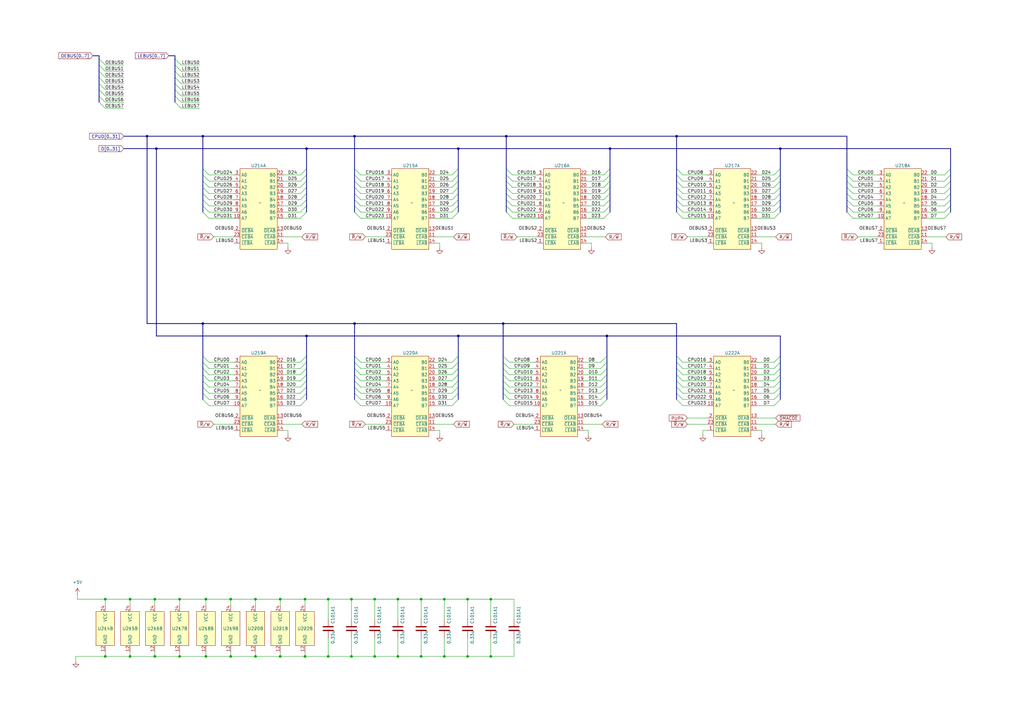
<source format=kicad_sch>
(kicad_sch (version 20230121) (generator eeschema)
  (paper "A3")
  (title_block (title "OpenA3640") (date "2023-09-13") (rev "1") (company "Griffin Retro"))
  (junction (at 94.615 245.745))
  (junction (at 145.415 55.88))
  (junction (at 134.62 269.24))
  (junction (at 320.04 60.96))
  (junction (at 187.96 137.795))
  (junction (at 125.73 60.96))
  (junction (at 172.72 245.745))
  (junction (at 153.67 245.745))
  (junction (at 163.195 269.24))
  (junction (at 191.77 245.745))
  (junction (at 94.615 269.24))
  (junction (at 63.5 269.24))
  (junction (at 250.19 60.96))
  (junction (at 125.095 269.24))
  (junction (at 144.145 245.745))
  (junction (at 201.295 269.24))
  (junction (at 277.495 55.88))
  (junction (at 104.775 269.24))
  (junction (at 248.92 137.795))
  (junction (at 201.295 245.745))
  (junction (at 60.325 55.88))
  (junction (at 182.245 245.745))
  (junction (at 207.645 55.88))
  (junction (at 144.145 269.24))
  (junction (at 84.455 245.745))
  (junction (at 163.195 245.745))
  (junction (at 73.66 245.745))
  (junction (at 153.67 269.24))
  (junction (at 53.34 245.745))
  (junction (at 84.455 269.24))
  (junction (at 191.77 269.24))
  (junction (at 63.5 245.745))
  (junction (at 125.73 137.795))
  (junction (at 187.96 60.96))
  (junction (at 172.72 269.24))
  (junction (at 104.775 245.745))
  (junction (at 125.095 245.745))
  (junction (at 83.185 55.88))
  (junction (at 114.935 245.745))
  (junction (at 206.375 132.715))
  (junction (at 64.135 60.96))
  (junction (at 134.62 245.745))
  (junction (at 73.66 269.24))
  (junction (at 83.185 132.715))
  (junction (at 145.415 132.715))
  (junction (at 114.935 269.24))
  (junction (at 182.245 269.24))
  (junction (at 43.18 245.745))
  (junction (at 43.18 269.24))
  (junction (at 53.34 269.24))
  (bus_entry (at 83.185 151.13) (size 2.54 2.54))
  (bus_entry (at 187.96 81.915) (size -2.54 2.54))
  (bus_entry (at 145.415 81.915) (size 2.54 2.54))
  (bus_entry (at 145.415 148.59) (size 2.54 2.54))
  (bus_entry (at 347.345 76.835) (size 2.54 2.54))
  (bus_entry (at 320.04 84.455) (size -2.54 2.54))
  (bus_entry (at 347.345 74.295) (size 2.54 2.54))
  (bus_entry (at 347.345 69.215) (size 2.54 2.54))
  (bus_entry (at 83.185 146.05) (size 2.54 2.54))
  (bus_entry (at 145.415 76.835) (size 2.54 2.54))
  (bus_entry (at 145.415 79.375) (size 2.54 2.54))
  (bus_entry (at 347.345 84.455) (size 2.54 2.54))
  (bus_entry (at 125.73 76.835) (size -2.54 2.54))
  (bus_entry (at 389.89 86.995) (size -2.54 2.54))
  (bus_entry (at 125.73 161.29) (size -2.54 2.54))
  (bus_entry (at 250.19 74.295) (size -2.54 2.54))
  (bus_entry (at 347.345 81.915) (size 2.54 2.54))
  (bus_entry (at 125.73 156.21) (size -2.54 2.54))
  (bus_entry (at 83.185 84.455) (size 2.54 2.54))
  (bus_entry (at 389.89 71.755) (size -2.54 2.54))
  (bus_entry (at 277.495 84.455) (size 2.54 2.54))
  (bus_entry (at 347.345 79.375) (size 2.54 2.54))
  (bus_entry (at 83.185 86.995) (size 2.54 2.54))
  (bus_entry (at 389.89 74.295) (size -2.54 2.54))
  (bus_entry (at 71.755 29.21) (size 2.54 2.54))
  (bus_entry (at 145.415 151.13) (size 2.54 2.54))
  (bus_entry (at 187.96 158.75) (size -2.54 2.54))
  (bus_entry (at 320.04 79.375) (size -2.54 2.54))
  (bus_entry (at 248.92 153.67) (size -2.54 2.54))
  (bus_entry (at 83.185 71.755) (size 2.54 2.54))
  (bus_entry (at 250.19 71.755) (size -2.54 2.54))
  (bus_entry (at 277.495 146.05) (size 2.54 2.54))
  (bus_entry (at 207.645 76.835) (size 2.54 2.54))
  (bus_entry (at 145.415 156.21) (size 2.54 2.54))
  (bus_entry (at 125.73 81.915) (size -2.54 2.54))
  (bus_entry (at 71.755 36.83) (size 2.54 2.54))
  (bus_entry (at 248.92 146.05) (size -2.54 2.54))
  (bus_entry (at 187.96 79.375) (size -2.54 2.54))
  (bus_entry (at 250.19 79.375) (size -2.54 2.54))
  (bus_entry (at 145.415 69.215) (size 2.54 2.54))
  (bus_entry (at 145.415 153.67) (size 2.54 2.54))
  (bus_entry (at 320.04 153.67) (size -2.54 2.54))
  (bus_entry (at 40.64 39.37) (size 2.54 2.54))
  (bus_entry (at 206.375 146.05) (size 2.54 2.54))
  (bus_entry (at 277.495 76.835) (size 2.54 2.54))
  (bus_entry (at 277.495 71.755) (size 2.54 2.54))
  (bus_entry (at 40.64 29.21) (size 2.54 2.54))
  (bus_entry (at 320.04 71.755) (size -2.54 2.54))
  (bus_entry (at 145.415 86.995) (size 2.54 2.54))
  (bus_entry (at 250.19 81.915) (size -2.54 2.54))
  (bus_entry (at 277.495 81.915) (size 2.54 2.54))
  (bus_entry (at 145.415 161.29) (size 2.54 2.54))
  (bus_entry (at 320.04 69.215) (size -2.54 2.54))
  (bus_entry (at 277.495 158.75) (size 2.54 2.54))
  (bus_entry (at 250.19 86.995) (size -2.54 2.54))
  (bus_entry (at 248.92 161.29) (size -2.54 2.54))
  (bus_entry (at 320.04 148.59) (size -2.54 2.54))
  (bus_entry (at 83.185 153.67) (size 2.54 2.54))
  (bus_entry (at 248.92 156.21) (size -2.54 2.54))
  (bus_entry (at 277.495 74.295) (size 2.54 2.54))
  (bus_entry (at 277.495 163.83) (size 2.54 2.54))
  (bus_entry (at 347.345 71.755) (size 2.54 2.54))
  (bus_entry (at 187.96 148.59) (size -2.54 2.54))
  (bus_entry (at 125.73 148.59) (size -2.54 2.54))
  (bus_entry (at 187.96 151.13) (size -2.54 2.54))
  (bus_entry (at 206.375 156.21) (size 2.54 2.54))
  (bus_entry (at 248.92 158.75) (size -2.54 2.54))
  (bus_entry (at 145.415 74.295) (size 2.54 2.54))
  (bus_entry (at 145.415 84.455) (size 2.54 2.54))
  (bus_entry (at 145.415 163.83) (size 2.54 2.54))
  (bus_entry (at 40.64 34.29) (size 2.54 2.54))
  (bus_entry (at 277.495 156.21) (size 2.54 2.54))
  (bus_entry (at 250.19 69.215) (size -2.54 2.54))
  (bus_entry (at 125.73 84.455) (size -2.54 2.54))
  (bus_entry (at 71.755 41.91) (size 2.54 2.54))
  (bus_entry (at 187.96 156.21) (size -2.54 2.54))
  (bus_entry (at 277.495 151.13) (size 2.54 2.54))
  (bus_entry (at 187.96 74.295) (size -2.54 2.54))
  (bus_entry (at 320.04 81.915) (size -2.54 2.54))
  (bus_entry (at 206.375 153.67) (size 2.54 2.54))
  (bus_entry (at 207.645 84.455) (size 2.54 2.54))
  (bus_entry (at 83.185 81.915) (size 2.54 2.54))
  (bus_entry (at 125.73 151.13) (size -2.54 2.54))
  (bus_entry (at 187.96 146.05) (size -2.54 2.54))
  (bus_entry (at 125.73 153.67) (size -2.54 2.54))
  (bus_entry (at 83.185 148.59) (size 2.54 2.54))
  (bus_entry (at 83.185 74.295) (size 2.54 2.54))
  (bus_entry (at 145.415 158.75) (size 2.54 2.54))
  (bus_entry (at 71.755 39.37) (size 2.54 2.54))
  (bus_entry (at 320.04 156.21) (size -2.54 2.54))
  (bus_entry (at 187.96 163.83) (size -2.54 2.54))
  (bus_entry (at 207.645 86.995) (size 2.54 2.54))
  (bus_entry (at 389.89 76.835) (size -2.54 2.54))
  (bus_entry (at 320.04 86.995) (size -2.54 2.54))
  (bus_entry (at 40.64 36.83) (size 2.54 2.54))
  (bus_entry (at 83.185 79.375) (size 2.54 2.54))
  (bus_entry (at 207.645 79.375) (size 2.54 2.54))
  (bus_entry (at 125.73 146.05) (size -2.54 2.54))
  (bus_entry (at 40.64 26.67) (size 2.54 2.54))
  (bus_entry (at 71.755 26.67) (size 2.54 2.54))
  (bus_entry (at 187.96 153.67) (size -2.54 2.54))
  (bus_entry (at 277.495 161.29) (size 2.54 2.54))
  (bus_entry (at 83.185 158.75) (size 2.54 2.54))
  (bus_entry (at 125.73 158.75) (size -2.54 2.54))
  (bus_entry (at 71.755 31.75) (size 2.54 2.54))
  (bus_entry (at 206.375 148.59) (size 2.54 2.54))
  (bus_entry (at 389.89 69.215) (size -2.54 2.54))
  (bus_entry (at 207.645 81.915) (size 2.54 2.54))
  (bus_entry (at 277.495 86.995) (size 2.54 2.54))
  (bus_entry (at 207.645 71.755) (size 2.54 2.54))
  (bus_entry (at 125.73 79.375) (size -2.54 2.54))
  (bus_entry (at 71.755 34.29) (size 2.54 2.54))
  (bus_entry (at 40.64 31.75) (size 2.54 2.54))
  (bus_entry (at 125.73 71.755) (size -2.54 2.54))
  (bus_entry (at 320.04 74.295) (size -2.54 2.54))
  (bus_entry (at 145.415 71.755) (size 2.54 2.54))
  (bus_entry (at 40.64 41.91) (size 2.54 2.54))
  (bus_entry (at 125.73 163.83) (size -2.54 2.54))
  (bus_entry (at 250.19 84.455) (size -2.54 2.54))
  (bus_entry (at 277.495 69.215) (size 2.54 2.54))
  (bus_entry (at 320.04 146.05) (size -2.54 2.54))
  (bus_entry (at 83.185 69.215) (size 2.54 2.54))
  (bus_entry (at 206.375 163.83) (size 2.54 2.54))
  (bus_entry (at 389.89 79.375) (size -2.54 2.54))
  (bus_entry (at 320.04 76.835) (size -2.54 2.54))
  (bus_entry (at 187.96 76.835) (size -2.54 2.54))
  (bus_entry (at 248.92 148.59) (size -2.54 2.54))
  (bus_entry (at 187.96 69.215) (size -2.54 2.54))
  (bus_entry (at 83.185 161.29) (size 2.54 2.54))
  (bus_entry (at 145.415 146.05) (size 2.54 2.54))
  (bus_entry (at 347.345 86.995) (size 2.54 2.54))
  (bus_entry (at 83.185 156.21) (size 2.54 2.54))
  (bus_entry (at 83.185 76.835) (size 2.54 2.54))
  (bus_entry (at 187.96 71.755) (size -2.54 2.54))
  (bus_entry (at 187.96 84.455) (size -2.54 2.54))
  (bus_entry (at 250.19 76.835) (size -2.54 2.54))
  (bus_entry (at 187.96 86.995) (size -2.54 2.54))
  (bus_entry (at 125.73 69.215) (size -2.54 2.54))
  (bus_entry (at 277.495 148.59) (size 2.54 2.54))
  (bus_entry (at 320.04 158.75) (size -2.54 2.54))
  (bus_entry (at 71.755 24.13) (size 2.54 2.54))
  (bus_entry (at 40.64 24.13) (size 2.54 2.54))
  (bus_entry (at 389.89 84.455) (size -2.54 2.54))
  (bus_entry (at 83.185 163.83) (size 2.54 2.54))
  (bus_entry (at 206.375 161.29) (size 2.54 2.54))
  (bus_entry (at 277.495 79.375) (size 2.54 2.54))
  (bus_entry (at 320.04 163.83) (size -2.54 2.54))
  (bus_entry (at 389.89 81.915) (size -2.54 2.54))
  (bus_entry (at 248.92 163.83) (size -2.54 2.54))
  (bus_entry (at 187.96 161.29) (size -2.54 2.54))
  (bus_entry (at 206.375 158.75) (size 2.54 2.54))
  (bus_entry (at 248.92 151.13) (size -2.54 2.54))
  (bus_entry (at 206.375 151.13) (size 2.54 2.54))
  (bus_entry (at 320.04 161.29) (size -2.54 2.54))
  (bus_entry (at 125.73 86.995) (size -2.54 2.54))
  (bus_entry (at 277.495 153.67) (size 2.54 2.54))
  (bus_entry (at 207.645 69.215) (size 2.54 2.54))
  (bus_entry (at 125.73 74.295) (size -2.54 2.54))
  (bus_entry (at 320.04 151.13) (size -2.54 2.54))
  (bus_entry (at 207.645 74.295) (size 2.54 2.54))
  (bus (pts (xy 40.64 39.37) (xy 40.64 41.91)))
  (wire (pts (xy 387.35 79.375) (xy 380.365 79.375)))
  (bus (pts (xy 125.73 84.455) (xy 125.73 86.995)))
  (wire (pts (xy 123.19 84.455) (xy 116.205 84.455)))
  (bus (pts (xy 250.19 60.96) (xy 320.04 60.96)))
  (bus (pts (xy 145.415 132.715) (xy 206.375 132.715)))
  (bus (pts (xy 207.645 74.295) (xy 207.645 76.835)))
  (wire (pts (xy 310.515 173.99) (xy 318.135 173.99)))
  (wire (pts (xy 387.35 71.755) (xy 380.365 71.755)))
  (wire (pts (xy 85.725 84.455) (xy 95.885 84.455)))
  (bus (pts (xy 83.185 146.05) (xy 83.185 148.59)))
  (wire (pts (xy 317.5 153.67) (xy 310.515 153.67)))
  (bus (pts (xy 207.645 84.455) (xy 207.645 86.995)))
  (wire (pts (xy 210.82 254) (xy 210.82 245.745)))
  (wire (pts (xy 114.935 245.745) (xy 104.775 245.745)))
  (bus (pts (xy 320.04 153.67) (xy 320.04 156.21)))
  (bus (pts (xy 125.73 151.13) (xy 125.73 153.67)))
  (bus (pts (xy 320.04 137.795) (xy 320.04 146.05)))
  (wire (pts (xy 172.72 261.62) (xy 172.72 269.24)))
  (bus (pts (xy 248.92 158.75) (xy 248.92 161.29)))
  (wire (pts (xy 312.42 178.435) (xy 312.42 176.53)))
  (wire (pts (xy 185.42 71.755) (xy 178.435 71.755)))
  (wire (pts (xy 191.77 254) (xy 191.77 245.745)))
  (bus (pts (xy 64.135 137.795) (xy 125.73 137.795)))
  (wire (pts (xy 104.775 245.745) (xy 104.775 248.285)))
  (wire (pts (xy 280.035 84.455) (xy 290.195 84.455)))
  (bus (pts (xy 347.345 71.755) (xy 347.345 74.295)))
  (wire (pts (xy 242.57 99.695) (xy 240.665 99.695)))
  (bus (pts (xy 207.645 71.755) (xy 207.645 74.295)))
  (wire (pts (xy 74.295 26.67) (xy 81.915 26.67)))
  (wire (pts (xy 147.955 81.915) (xy 158.115 81.915)))
  (wire (pts (xy 246.38 153.67) (xy 239.395 153.67)))
  (wire (pts (xy 210.185 86.995) (xy 220.345 86.995)))
  (wire (pts (xy 73.66 267.335) (xy 73.66 269.24)))
  (bus (pts (xy 83.185 84.455) (xy 83.185 86.995)))
  (bus (pts (xy 83.185 76.835) (xy 83.185 79.375)))
  (wire (pts (xy 85.725 148.59) (xy 95.885 148.59)))
  (bus (pts (xy 248.92 146.05) (xy 248.92 148.59)))
  (wire (pts (xy 349.885 81.915) (xy 360.045 81.915)))
  (wire (pts (xy 144.145 269.24) (xy 134.62 269.24)))
  (wire (pts (xy 317.5 89.535) (xy 310.515 89.535)))
  (bus (pts (xy 347.345 76.835) (xy 347.345 79.375)))
  (wire (pts (xy 185.42 74.295) (xy 178.435 74.295)))
  (bus (pts (xy 250.19 79.375) (xy 250.19 81.915)))
  (wire (pts (xy 182.245 245.745) (xy 172.72 245.745)))
  (wire (pts (xy 312.42 176.53) (xy 310.515 176.53)))
  (bus (pts (xy 71.755 34.29) (xy 71.755 36.83)))
  (wire (pts (xy 118.11 101.6) (xy 118.11 99.695)))
  (bus (pts (xy 145.415 146.05) (xy 145.415 148.59)))
  (wire (pts (xy 246.38 161.29) (xy 239.395 161.29)))
  (bus (pts (xy 40.64 36.83) (xy 40.64 39.37)))
  (bus (pts (xy 187.96 158.75) (xy 187.96 161.29)))
  (bus (pts (xy 320.04 161.29) (xy 320.04 163.83)))
  (wire (pts (xy 104.775 269.24) (xy 94.615 269.24)))
  (wire (pts (xy 85.725 158.75) (xy 95.885 158.75)))
  (wire (pts (xy 317.5 74.295) (xy 310.515 74.295)))
  (wire (pts (xy 208.915 161.29) (xy 219.075 161.29)))
  (bus (pts (xy 145.415 74.295) (xy 145.415 76.835)))
  (bus (pts (xy 71.755 36.83) (xy 71.755 39.37)))
  (wire (pts (xy 280.035 153.67) (xy 290.195 153.67)))
  (bus (pts (xy 40.64 24.13) (xy 40.64 26.67)))
  (wire (pts (xy 84.455 245.745) (xy 84.455 248.285)))
  (wire (pts (xy 280.035 89.535) (xy 290.195 89.535)))
  (wire (pts (xy 178.435 173.99) (xy 186.055 173.99)))
  (wire (pts (xy 114.935 267.335) (xy 114.935 269.24)))
  (wire (pts (xy 246.38 166.37) (xy 239.395 166.37)))
  (wire (pts (xy 147.955 79.375) (xy 158.115 79.375)))
  (wire (pts (xy 185.42 86.995) (xy 178.435 86.995)))
  (bus (pts (xy 277.495 81.915) (xy 277.495 84.455)))
  (bus (pts (xy 187.96 84.455) (xy 187.96 86.995)))
  (wire (pts (xy 201.295 269.24) (xy 191.77 269.24)))
  (bus (pts (xy 145.415 161.29) (xy 145.415 163.83)))
  (wire (pts (xy 317.5 79.375) (xy 310.515 79.375)))
  (bus (pts (xy 207.645 76.835) (xy 207.645 79.375)))
  (wire (pts (xy 43.18 26.67) (xy 50.8 26.67)))
  (bus (pts (xy 389.89 84.455) (xy 389.89 86.995)))
  (wire (pts (xy 43.18 29.21) (xy 50.8 29.21)))
  (wire (pts (xy 280.035 161.29) (xy 290.195 161.29)))
  (wire (pts (xy 247.65 84.455) (xy 240.665 84.455)))
  (bus (pts (xy 187.96 148.59) (xy 187.96 151.13)))
  (wire (pts (xy 317.5 163.83) (xy 310.515 163.83)))
  (bus (pts (xy 145.415 84.455) (xy 145.415 86.995)))
  (wire (pts (xy 147.955 84.455) (xy 158.115 84.455)))
  (wire (pts (xy 85.725 89.535) (xy 95.885 89.535)))
  (wire (pts (xy 349.885 84.455) (xy 360.045 84.455)))
  (bus (pts (xy 187.96 137.795) (xy 248.92 137.795)))
  (wire (pts (xy 147.955 71.755) (xy 158.115 71.755)))
  (bus (pts (xy 347.345 69.215) (xy 347.345 71.755)))
  (wire (pts (xy 247.65 89.535) (xy 240.665 89.535)))
  (wire (pts (xy 208.915 148.59) (xy 219.075 148.59)))
  (wire (pts (xy 153.67 245.745) (xy 144.145 245.745)))
  (wire (pts (xy 191.77 245.745) (xy 182.245 245.745)))
  (bus (pts (xy 320.04 76.835) (xy 320.04 79.375)))
  (wire (pts (xy 172.72 245.745) (xy 163.195 245.745)))
  (bus (pts (xy 145.415 153.67) (xy 145.415 156.21)))
  (wire (pts (xy 74.295 31.75) (xy 81.915 31.75)))
  (wire (pts (xy 123.19 156.21) (xy 116.205 156.21)))
  (bus (pts (xy 71.755 22.86) (xy 71.755 24.13)))
  (wire (pts (xy 74.295 44.45) (xy 81.915 44.45)))
  (wire (pts (xy 317.5 166.37) (xy 310.515 166.37)))
  (wire (pts (xy 118.11 178.435) (xy 118.11 176.53)))
  (wire (pts (xy 182.245 254) (xy 182.245 245.745)))
  (bus (pts (xy 207.645 55.88) (xy 277.495 55.88)))
  (bus (pts (xy 320.04 60.96) (xy 389.89 60.96)))
  (bus (pts (xy 277.495 79.375) (xy 277.495 81.915)))
  (bus (pts (xy 320.04 60.96) (xy 320.04 69.215)))
  (bus (pts (xy 145.415 79.375) (xy 145.415 81.915)))
  (wire (pts (xy 118.11 99.695) (xy 116.205 99.695)))
  (bus (pts (xy 125.73 137.795) (xy 125.73 146.05)))
  (bus (pts (xy 206.375 153.67) (xy 206.375 156.21)))
  (bus (pts (xy 145.415 69.215) (xy 145.415 71.755)))
  (wire (pts (xy 280.035 79.375) (xy 290.195 79.375)))
  (wire (pts (xy 280.035 158.75) (xy 290.195 158.75)))
  (wire (pts (xy 123.19 71.755) (xy 116.205 71.755)))
  (wire (pts (xy 185.42 81.915) (xy 178.435 81.915)))
  (wire (pts (xy 185.42 153.67) (xy 178.435 153.67)))
  (bus (pts (xy 83.185 151.13) (xy 83.185 153.67)))
  (wire (pts (xy 317.5 156.21) (xy 310.515 156.21)))
  (wire (pts (xy 84.455 267.335) (xy 84.455 269.24)))
  (wire (pts (xy 63.5 269.24) (xy 53.34 269.24)))
  (wire (pts (xy 280.035 151.13) (xy 290.195 151.13)))
  (bus (pts (xy 206.375 158.75) (xy 206.375 161.29)))
  (wire (pts (xy 210.82 245.745) (xy 201.295 245.745)))
  (bus (pts (xy 83.185 132.715) (xy 83.185 146.05)))
  (wire (pts (xy 85.725 163.83) (xy 95.885 163.83)))
  (bus (pts (xy 206.375 146.05) (xy 206.375 148.59)))
  (bus (pts (xy 277.495 158.75) (xy 277.495 161.29)))
  (bus (pts (xy 83.185 158.75) (xy 83.185 161.29)))
  (bus (pts (xy 187.96 74.295) (xy 187.96 76.835)))
  (wire (pts (xy 317.5 76.835) (xy 310.515 76.835)))
  (bus (pts (xy 320.04 81.915) (xy 320.04 84.455)))
  (bus (pts (xy 250.19 81.915) (xy 250.19 84.455)))
  (wire (pts (xy 74.295 41.91) (xy 81.915 41.91)))
  (bus (pts (xy 248.92 137.795) (xy 248.92 146.05)))
  (bus (pts (xy 206.375 161.29) (xy 206.375 163.83)))
  (wire (pts (xy 210.185 89.535) (xy 220.345 89.535)))
  (bus (pts (xy 206.375 132.715) (xy 206.375 146.05)))
  (wire (pts (xy 349.885 86.995) (xy 360.045 86.995)))
  (wire (pts (xy 210.185 81.915) (xy 220.345 81.915)))
  (wire (pts (xy 172.72 269.24) (xy 163.195 269.24)))
  (wire (pts (xy 178.435 97.155) (xy 186.055 97.155)))
  (wire (pts (xy 247.65 86.995) (xy 240.665 86.995)))
  (wire (pts (xy 240.665 97.155) (xy 248.285 97.155)))
  (bus (pts (xy 187.96 79.375) (xy 187.96 81.915)))
  (bus (pts (xy 250.19 60.96) (xy 250.19 69.215)))
  (bus (pts (xy 125.73 137.795) (xy 187.96 137.795)))
  (bus (pts (xy 248.92 161.29) (xy 248.92 163.83)))
  (wire (pts (xy 85.725 151.13) (xy 95.885 151.13)))
  (wire (pts (xy 147.955 153.67) (xy 158.115 153.67)))
  (wire (pts (xy 172.72 254) (xy 172.72 245.745)))
  (bus (pts (xy 248.92 156.21) (xy 248.92 158.75)))
  (wire (pts (xy 210.82 269.24) (xy 201.295 269.24)))
  (bus (pts (xy 125.73 71.755) (xy 125.73 74.295)))
  (bus (pts (xy 389.89 60.96) (xy 389.89 69.215)))
  (bus (pts (xy 320.04 146.05) (xy 320.04 148.59)))
  (bus (pts (xy 125.73 74.295) (xy 125.73 76.835)))
  (wire (pts (xy 280.035 156.21) (xy 290.195 156.21)))
  (bus (pts (xy 83.185 69.215) (xy 83.185 71.755)))
  (wire (pts (xy 85.725 71.755) (xy 95.885 71.755)))
  (wire (pts (xy 185.42 158.75) (xy 178.435 158.75)))
  (bus (pts (xy 250.19 84.455) (xy 250.19 86.995)))
  (wire (pts (xy 73.66 245.745) (xy 73.66 248.285)))
  (wire (pts (xy 185.42 89.535) (xy 178.435 89.535)))
  (bus (pts (xy 206.375 156.21) (xy 206.375 158.75)))
  (bus (pts (xy 389.89 79.375) (xy 389.89 81.915)))
  (bus (pts (xy 125.73 156.21) (xy 125.73 158.75)))
  (wire (pts (xy 387.35 84.455) (xy 380.365 84.455)))
  (wire (pts (xy 208.915 166.37) (xy 219.075 166.37)))
  (wire (pts (xy 85.725 79.375) (xy 95.885 79.375)))
  (wire (pts (xy 125.095 245.745) (xy 114.935 245.745)))
  (bus (pts (xy 40.64 26.67) (xy 40.64 29.21)))
  (bus (pts (xy 389.89 81.915) (xy 389.89 84.455)))
  (bus (pts (xy 320.04 156.21) (xy 320.04 158.75)))
  (wire (pts (xy 123.19 79.375) (xy 116.205 79.375)))
  (bus (pts (xy 207.645 81.915) (xy 207.645 84.455)))
  (bus (pts (xy 125.73 60.96) (xy 125.73 69.215)))
  (bus (pts (xy 83.185 74.295) (xy 83.185 76.835)))
  (wire (pts (xy 147.955 86.995) (xy 158.115 86.995)))
  (wire (pts (xy 123.19 81.915) (xy 116.205 81.915)))
  (wire (pts (xy 185.42 156.21) (xy 178.435 156.21)))
  (wire (pts (xy 281.94 97.155) (xy 290.195 97.155)))
  (wire (pts (xy 185.42 79.375) (xy 178.435 79.375)))
  (wire (pts (xy 85.725 86.995) (xy 95.885 86.995)))
  (bus (pts (xy 83.185 153.67) (xy 83.185 156.21)))
  (wire (pts (xy 125.095 269.24) (xy 114.935 269.24)))
  (wire (pts (xy 73.66 245.745) (xy 63.5 245.745)))
  (wire (pts (xy 280.035 76.835) (xy 290.195 76.835)))
  (wire (pts (xy 280.035 71.755) (xy 290.195 71.755)))
  (wire (pts (xy 43.18 267.335) (xy 43.18 269.24)))
  (wire (pts (xy 84.455 245.745) (xy 73.66 245.745)))
  (wire (pts (xy 87.63 173.99) (xy 95.885 173.99)))
  (wire (pts (xy 382.27 99.695) (xy 380.365 99.695)))
  (bus (pts (xy 83.185 132.715) (xy 145.415 132.715)))
  (wire (pts (xy 280.035 81.915) (xy 290.195 81.915)))
  (wire (pts (xy 246.38 151.13) (xy 239.395 151.13)))
  (bus (pts (xy 277.495 55.88) (xy 277.495 69.215)))
  (wire (pts (xy 317.5 161.29) (xy 310.515 161.29)))
  (bus (pts (xy 277.495 153.67) (xy 277.495 156.21)))
  (wire (pts (xy 114.935 245.745) (xy 114.935 248.285)))
  (wire (pts (xy 210.185 79.375) (xy 220.345 79.375)))
  (wire (pts (xy 163.195 269.24) (xy 153.67 269.24)))
  (wire (pts (xy 147.955 89.535) (xy 158.115 89.535)))
  (bus (pts (xy 389.89 74.295) (xy 389.89 76.835)))
  (bus (pts (xy 277.495 71.755) (xy 277.495 74.295)))
  (wire (pts (xy 163.195 261.62) (xy 163.195 269.24)))
  (bus (pts (xy 250.19 71.755) (xy 250.19 74.295)))
  (bus (pts (xy 277.495 55.88) (xy 347.345 55.88)))
  (bus (pts (xy 83.185 71.755) (xy 83.185 74.295)))
  (bus (pts (xy 347.345 84.455) (xy 347.345 86.995)))
  (wire (pts (xy 317.5 158.75) (xy 310.515 158.75)))
  (bus (pts (xy 187.96 76.835) (xy 187.96 79.375)))
  (wire (pts (xy 185.42 76.835) (xy 178.435 76.835)))
  (wire (pts (xy 246.38 148.59) (xy 239.395 148.59)))
  (bus (pts (xy 187.96 81.915) (xy 187.96 84.455)))
  (wire (pts (xy 84.455 269.24) (xy 73.66 269.24)))
  (bus (pts (xy 389.89 76.835) (xy 389.89 79.375)))
  (wire (pts (xy 180.34 178.435) (xy 180.34 176.53)))
  (wire (pts (xy 312.42 101.6) (xy 312.42 99.695)))
  (bus (pts (xy 64.135 60.96) (xy 64.135 137.795)))
  (bus (pts (xy 248.92 153.67) (xy 248.92 156.21)))
  (wire (pts (xy 53.34 245.745) (xy 43.18 245.745)))
  (bus (pts (xy 71.755 24.13) (xy 71.755 26.67)))
  (bus (pts (xy 125.73 76.835) (xy 125.73 79.375)))
  (wire (pts (xy 246.38 156.21) (xy 239.395 156.21)))
  (bus (pts (xy 60.325 55.88) (xy 60.325 132.715)))
  (bus (pts (xy 347.345 74.295) (xy 347.345 76.835)))
  (wire (pts (xy 43.18 41.91) (xy 50.8 41.91)))
  (bus (pts (xy 248.92 137.795) (xy 320.04 137.795)))
  (bus (pts (xy 320.04 151.13) (xy 320.04 153.67)))
  (bus (pts (xy 125.73 60.96) (xy 187.96 60.96)))
  (bus (pts (xy 187.96 71.755) (xy 187.96 74.295)))
  (bus (pts (xy 145.415 81.915) (xy 145.415 84.455)))
  (bus (pts (xy 250.19 74.295) (xy 250.19 76.835)))
  (bus (pts (xy 145.415 71.755) (xy 145.415 74.295)))
  (wire (pts (xy 241.3 176.53) (xy 239.395 176.53)))
  (wire (pts (xy 247.65 79.375) (xy 240.665 79.375)))
  (wire (pts (xy 380.365 97.155) (xy 387.985 97.155)))
  (wire (pts (xy 134.62 245.745) (xy 125.095 245.745)))
  (wire (pts (xy 281.94 173.99) (xy 290.195 173.99)))
  (wire (pts (xy 43.18 39.37) (xy 50.8 39.37)))
  (wire (pts (xy 87.63 97.155) (xy 95.885 97.155)))
  (wire (pts (xy 125.095 248.285) (xy 125.095 245.745)))
  (bus (pts (xy 83.185 81.915) (xy 83.185 84.455)))
  (wire (pts (xy 153.67 254) (xy 153.67 245.745)))
  (wire (pts (xy 280.035 148.59) (xy 290.195 148.59)))
  (bus (pts (xy 187.96 137.795) (xy 187.96 146.05)))
  (wire (pts (xy 104.775 267.335) (xy 104.775 269.24)))
  (bus (pts (xy 187.96 156.21) (xy 187.96 158.75)))
  (wire (pts (xy 210.185 84.455) (xy 220.345 84.455)))
  (bus (pts (xy 145.415 76.835) (xy 145.415 79.375)))
  (wire (pts (xy 349.885 74.295) (xy 360.045 74.295)))
  (wire (pts (xy 53.34 245.745) (xy 53.34 248.285)))
  (bus (pts (xy 38.1 22.86) (xy 40.64 22.86)))
  (bus (pts (xy 125.73 79.375) (xy 125.73 81.915)))
  (wire (pts (xy 387.35 74.295) (xy 380.365 74.295)))
  (wire (pts (xy 210.82 173.99) (xy 219.075 173.99)))
  (bus (pts (xy 125.73 81.915) (xy 125.73 84.455)))
  (bus (pts (xy 145.415 156.21) (xy 145.415 158.75)))
  (wire (pts (xy 180.34 176.53) (xy 178.435 176.53)))
  (wire (pts (xy 123.19 163.83) (xy 116.205 163.83)))
  (wire (pts (xy 73.66 269.24) (xy 63.5 269.24)))
  (wire (pts (xy 349.885 79.375) (xy 360.045 79.375)))
  (wire (pts (xy 247.65 76.835) (xy 240.665 76.835)))
  (wire (pts (xy 147.955 161.29) (xy 158.115 161.29)))
  (wire (pts (xy 351.79 97.155) (xy 360.045 97.155)))
  (wire (pts (xy 247.65 74.295) (xy 240.665 74.295)))
  (wire (pts (xy 191.77 261.62) (xy 191.77 269.24)))
  (wire (pts (xy 312.42 99.695) (xy 310.515 99.695)))
  (wire (pts (xy 163.195 254) (xy 163.195 245.745)))
  (bus (pts (xy 83.185 55.88) (xy 145.415 55.88)))
  (bus (pts (xy 83.185 156.21) (xy 83.185 158.75)))
  (wire (pts (xy 123.19 148.59) (xy 116.205 148.59)))
  (wire (pts (xy 180.34 101.6) (xy 180.34 99.695)))
  (wire (pts (xy 149.86 173.99) (xy 158.115 173.99)))
  (bus (pts (xy 145.415 151.13) (xy 145.415 153.67)))
  (bus (pts (xy 60.325 132.715) (xy 83.185 132.715)))
  (bus (pts (xy 50.8 60.96) (xy 64.135 60.96)))
  (bus (pts (xy 277.495 69.215) (xy 277.495 71.755)))
  (bus (pts (xy 125.73 153.67) (xy 125.73 156.21)))
  (wire (pts (xy 85.725 74.295) (xy 95.885 74.295)))
  (wire (pts (xy 185.42 84.455) (xy 178.435 84.455)))
  (wire (pts (xy 147.955 151.13) (xy 158.115 151.13)))
  (wire (pts (xy 125.095 267.335) (xy 125.095 269.24)))
  (bus (pts (xy 347.345 81.915) (xy 347.345 84.455)))
  (bus (pts (xy 248.92 148.59) (xy 248.92 151.13)))
  (bus (pts (xy 207.645 69.215) (xy 207.645 71.755)))
  (bus (pts (xy 40.64 31.75) (xy 40.64 34.29)))
  (wire (pts (xy 310.515 97.155) (xy 318.135 97.155)))
  (wire (pts (xy 382.27 101.6) (xy 382.27 99.695)))
  (wire (pts (xy 43.18 31.75) (xy 50.8 31.75)))
  (wire (pts (xy 247.65 71.755) (xy 240.665 71.755)))
  (bus (pts (xy 277.495 84.455) (xy 277.495 86.995)))
  (wire (pts (xy 191.77 269.24) (xy 182.245 269.24)))
  (wire (pts (xy 185.42 163.83) (xy 178.435 163.83)))
  (wire (pts (xy 280.035 74.295) (xy 290.195 74.295)))
  (wire (pts (xy 94.615 245.745) (xy 94.615 248.285)))
  (bus (pts (xy 389.89 69.215) (xy 389.89 71.755)))
  (wire (pts (xy 43.18 245.745) (xy 31.75 245.745)))
  (wire (pts (xy 53.34 267.335) (xy 53.34 269.24)))
  (bus (pts (xy 187.96 69.215) (xy 187.96 71.755)))
  (wire (pts (xy 317.5 81.915) (xy 310.515 81.915)))
  (bus (pts (xy 206.375 132.715) (xy 277.495 132.715)))
  (wire (pts (xy 280.035 163.83) (xy 290.195 163.83)))
  (bus (pts (xy 83.185 55.88) (xy 83.185 69.215)))
  (wire (pts (xy 123.19 76.835) (xy 116.205 76.835)))
  (bus (pts (xy 347.345 79.375) (xy 347.345 81.915)))
  (wire (pts (xy 241.3 178.435) (xy 241.3 176.53)))
  (wire (pts (xy 180.34 99.695) (xy 178.435 99.695)))
  (bus (pts (xy 187.96 60.96) (xy 250.19 60.96)))
  (wire (pts (xy 43.18 245.745) (xy 43.18 248.285)))
  (bus (pts (xy 40.64 29.21) (xy 40.64 31.75)))
  (wire (pts (xy 85.725 156.21) (xy 95.885 156.21)))
  (wire (pts (xy 134.62 269.24) (xy 125.095 269.24)))
  (wire (pts (xy 94.615 267.335) (xy 94.615 269.24)))
  (bus (pts (xy 83.185 79.375) (xy 83.185 81.915)))
  (wire (pts (xy 288.29 176.53) (xy 290.195 176.53)))
  (wire (pts (xy 153.67 269.24) (xy 144.145 269.24)))
  (wire (pts (xy 114.935 269.24) (xy 104.775 269.24)))
  (bus (pts (xy 69.215 22.86) (xy 71.755 22.86)))
  (wire (pts (xy 387.35 86.995) (xy 380.365 86.995)))
  (wire (pts (xy 247.65 81.915) (xy 240.665 81.915)))
  (wire (pts (xy 212.09 97.155) (xy 220.345 97.155)))
  (wire (pts (xy 123.19 161.29) (xy 116.205 161.29)))
  (bus (pts (xy 187.96 151.13) (xy 187.96 153.67)))
  (wire (pts (xy 147.955 74.295) (xy 158.115 74.295)))
  (bus (pts (xy 277.495 146.05) (xy 277.495 148.59)))
  (wire (pts (xy 85.725 166.37) (xy 95.885 166.37)))
  (wire (pts (xy 201.295 254) (xy 201.295 245.745)))
  (wire (pts (xy 317.5 84.455) (xy 310.515 84.455)))
  (wire (pts (xy 349.885 71.755) (xy 360.045 71.755)))
  (bus (pts (xy 277.495 156.21) (xy 277.495 158.75)))
  (wire (pts (xy 153.67 261.62) (xy 153.67 269.24)))
  (wire (pts (xy 116.205 173.99) (xy 123.825 173.99)))
  (wire (pts (xy 182.245 269.24) (xy 172.72 269.24)))
  (bus (pts (xy 320.04 148.59) (xy 320.04 151.13)))
  (wire (pts (xy 317.5 148.59) (xy 310.515 148.59)))
  (bus (pts (xy 277.495 132.715) (xy 277.495 146.05)))
  (wire (pts (xy 147.955 158.75) (xy 158.115 158.75)))
  (bus (pts (xy 248.92 151.13) (xy 248.92 153.67)))
  (wire (pts (xy 94.615 245.745) (xy 84.455 245.745)))
  (bus (pts (xy 320.04 74.295) (xy 320.04 76.835)))
  (wire (pts (xy 53.34 269.24) (xy 43.18 269.24)))
  (wire (pts (xy 147.955 166.37) (xy 158.115 166.37)))
  (wire (pts (xy 147.955 156.21) (xy 158.115 156.21)))
  (bus (pts (xy 125.73 148.59) (xy 125.73 151.13)))
  (wire (pts (xy 147.955 148.59) (xy 158.115 148.59)))
  (wire (pts (xy 43.18 34.29) (xy 50.8 34.29)))
  (wire (pts (xy 310.515 171.45) (xy 318.135 171.45)))
  (bus (pts (xy 71.755 26.67) (xy 71.755 29.21)))
  (wire (pts (xy 185.42 166.37) (xy 178.435 166.37)))
  (bus (pts (xy 40.64 22.86) (xy 40.64 24.13)))
  (bus (pts (xy 250.19 69.215) (xy 250.19 71.755)))
  (wire (pts (xy 210.185 71.755) (xy 220.345 71.755)))
  (bus (pts (xy 187.96 153.67) (xy 187.96 156.21)))
  (bus (pts (xy 125.73 146.05) (xy 125.73 148.59)))
  (wire (pts (xy 201.295 245.745) (xy 191.77 245.745)))
  (wire (pts (xy 317.5 71.755) (xy 310.515 71.755)))
  (bus (pts (xy 207.645 79.375) (xy 207.645 81.915)))
  (wire (pts (xy 123.19 153.67) (xy 116.205 153.67)))
  (bus (pts (xy 187.96 161.29) (xy 187.96 163.83)))
  (bus (pts (xy 206.375 148.59) (xy 206.375 151.13)))
  (bus (pts (xy 64.135 60.96) (xy 125.73 60.96)))
  (wire (pts (xy 185.42 151.13) (xy 178.435 151.13)))
  (bus (pts (xy 320.04 69.215) (xy 320.04 71.755)))
  (wire (pts (xy 387.35 76.835) (xy 380.365 76.835)))
  (bus (pts (xy 145.415 158.75) (xy 145.415 161.29)))
  (bus (pts (xy 83.185 161.29) (xy 83.185 163.83)))
  (wire (pts (xy 147.955 76.835) (xy 158.115 76.835)))
  (wire (pts (xy 123.19 166.37) (xy 116.205 166.37)))
  (bus (pts (xy 320.04 79.375) (xy 320.04 81.915)))
  (wire (pts (xy 63.5 245.745) (xy 53.34 245.745)))
  (bus (pts (xy 347.345 55.88) (xy 347.345 69.215)))
  (wire (pts (xy 185.42 148.59) (xy 178.435 148.59)))
  (wire (pts (xy 239.395 173.99) (xy 247.015 173.99)))
  (bus (pts (xy 389.89 71.755) (xy 389.89 74.295)))
  (wire (pts (xy 208.915 153.67) (xy 219.075 153.67)))
  (wire (pts (xy 123.19 74.295) (xy 116.205 74.295)))
  (wire (pts (xy 85.725 161.29) (xy 95.885 161.29)))
  (wire (pts (xy 94.615 269.24) (xy 84.455 269.24)))
  (wire (pts (xy 123.19 86.995) (xy 116.205 86.995)))
  (wire (pts (xy 246.38 163.83) (xy 239.395 163.83)))
  (wire (pts (xy 74.295 39.37) (xy 81.915 39.37)))
  (bus (pts (xy 125.73 161.29) (xy 125.73 163.83)))
  (wire (pts (xy 387.35 89.535) (xy 380.365 89.535)))
  (wire (pts (xy 134.62 261.62) (xy 134.62 269.24)))
  (wire (pts (xy 185.42 161.29) (xy 178.435 161.29)))
  (wire (pts (xy 74.295 34.29) (xy 81.915 34.29)))
  (wire (pts (xy 349.885 89.535) (xy 360.045 89.535)))
  (bus (pts (xy 320.04 71.755) (xy 320.04 74.295)))
  (bus (pts (xy 50.8 55.88) (xy 60.325 55.88)))
  (wire (pts (xy 85.725 76.835) (xy 95.885 76.835)))
  (bus (pts (xy 277.495 151.13) (xy 277.495 153.67)))
  (wire (pts (xy 210.82 261.62) (xy 210.82 269.24)))
  (wire (pts (xy 280.035 166.37) (xy 290.195 166.37)))
  (wire (pts (xy 182.245 261.62) (xy 182.245 269.24)))
  (wire (pts (xy 144.145 261.62) (xy 144.145 269.24)))
  (wire (pts (xy 43.18 36.83) (xy 50.8 36.83)))
  (bus (pts (xy 187.96 60.96) (xy 187.96 69.215)))
  (wire (pts (xy 149.86 97.155) (xy 158.115 97.155)))
  (wire (pts (xy 123.19 151.13) (xy 116.205 151.13)))
  (bus (pts (xy 125.73 158.75) (xy 125.73 161.29)))
  (wire (pts (xy 163.195 245.745) (xy 153.67 245.745)))
  (bus (pts (xy 277.495 161.29) (xy 277.495 163.83)))
  (wire (pts (xy 144.145 254) (xy 144.145 245.745)))
  (bus (pts (xy 83.185 148.59) (xy 83.185 151.13)))
  (wire (pts (xy 208.915 151.13) (xy 219.075 151.13)))
  (wire (pts (xy 144.145 245.745) (xy 134.62 245.745)))
  (bus (pts (xy 277.495 76.835) (xy 277.495 79.375)))
  (wire (pts (xy 349.885 76.835) (xy 360.045 76.835)))
  (wire (pts (xy 43.18 44.45) (xy 50.8 44.45)))
  (bus (pts (xy 187.96 146.05) (xy 187.96 148.59)))
  (bus (pts (xy 40.64 34.29) (xy 40.64 36.83)))
  (wire (pts (xy 74.295 36.83) (xy 81.915 36.83)))
  (wire (pts (xy 63.5 267.335) (xy 63.5 269.24)))
  (wire (pts (xy 104.775 245.745) (xy 94.615 245.745)))
  (wire (pts (xy 208.915 163.83) (xy 219.075 163.83)))
  (bus (pts (xy 125.73 69.215) (xy 125.73 71.755)))
  (wire (pts (xy 31.75 245.745) (xy 31.75 243.84)))
  (bus (pts (xy 207.645 55.88) (xy 207.645 69.215)))
  (wire (pts (xy 317.5 151.13) (xy 310.515 151.13)))
  (wire (pts (xy 43.18 269.24) (xy 31.115 269.24)))
  (wire (pts (xy 246.38 158.75) (xy 239.395 158.75)))
  (wire (pts (xy 201.295 261.62) (xy 201.295 269.24)))
  (bus (pts (xy 71.755 31.75) (xy 71.755 34.29)))
  (bus (pts (xy 145.415 148.59) (xy 145.415 151.13)))
  (bus (pts (xy 250.19 76.835) (xy 250.19 79.375)))
  (bus (pts (xy 71.755 39.37) (xy 71.755 41.91)))
  (bus (pts (xy 145.415 132.715) (xy 145.415 146.05)))
  (wire (pts (xy 288.29 178.435) (xy 288.29 176.53)))
  (bus (pts (xy 277.495 74.295) (xy 277.495 76.835)))
  (wire (pts (xy 208.915 156.21) (xy 219.075 156.21)))
  (wire (pts (xy 123.19 89.535) (xy 116.205 89.535)))
  (wire (pts (xy 31.115 269.24) (xy 31.115 271.145)))
  (bus (pts (xy 71.755 29.21) (xy 71.755 31.75)))
  (wire (pts (xy 147.955 163.83) (xy 158.115 163.83)))
  (bus (pts (xy 145.415 55.88) (xy 207.645 55.88)))
  (wire (pts (xy 116.205 97.155) (xy 123.825 97.155)))
  (bus (pts (xy 320.04 158.75) (xy 320.04 161.29)))
  (bus (pts (xy 206.375 151.13) (xy 206.375 153.67)))
  (wire (pts (xy 63.5 245.745) (xy 63.5 248.285)))
  (wire (pts (xy 118.11 176.53) (xy 116.205 176.53)))
  (wire (pts (xy 123.19 158.75) (xy 116.205 158.75)))
  (wire (pts (xy 242.57 101.6) (xy 242.57 99.695)))
  (wire (pts (xy 85.725 81.915) (xy 95.885 81.915)))
  (bus (pts (xy 320.04 84.455) (xy 320.04 86.995)))
  (wire (pts (xy 208.915 158.75) (xy 219.075 158.75)))
  (wire (pts (xy 317.5 86.995) (xy 310.515 86.995)))
  (wire (pts (xy 210.185 74.295) (xy 220.345 74.295)))
  (wire (pts (xy 387.35 81.915) (xy 380.365 81.915)))
  (bus (pts (xy 145.415 55.88) (xy 145.415 69.215)))
  (wire (pts (xy 210.185 76.835) (xy 220.345 76.835)))
  (wire (pts (xy 280.035 86.995) (xy 290.195 86.995)))
  (wire (pts (xy 281.94 171.45) (xy 290.195 171.45)))
  (wire (pts (xy 85.725 153.67) (xy 95.885 153.67)))
  (wire (pts (xy 134.62 254) (xy 134.62 245.745)))
  (bus (pts (xy 277.495 148.59) (xy 277.495 151.13)))
  (wire (pts (xy 74.295 29.21) (xy 81.915 29.21)))
  (bus (pts (xy 60.325 55.88) (xy 83.185 55.88)))
  (label "D12" (at 241.3 158.75 0))
  (label "LEBUS0" (at 95.885 99.695 180))
  (label "CPUD17" (at 212.09 74.295 0))
  (label "OEBUS6" (at 50.8 41.91 180))
  (label "LEBUS6" (at 95.885 176.53 180))
  (label "CPUD22" (at 149.86 86.995 0))
  (label "CPUD18" (at 281.94 153.67 0))
  (label "D24" (at 184.15 71.755 180))
  (label "CPUD22" (at 212.09 86.995 0))
  (label "D19" (at 117.475 156.21 0))
  (label "CPUD1" (at 149.86 151.13 0))
  (label "CPUD23" (at 149.86 89.535 0))
  (label "CPUD11" (at 210.82 156.21 0))
  (label "D13" (at 241.3 161.29 0))
  (label "D3" (at 381.635 79.375 0))
  (label "D4" (at 313.055 158.75 0))
  (label "D16" (at 117.475 148.59 0))
  (label "CPUD13" (at 281.94 84.455 0))
  (label "CPUD15" (at 281.94 89.535 0))
  (label "CPUD27" (at 87.63 79.375 0))
  (label "CPUD6" (at 351.79 86.995 0))
  (label "D24" (at 183.515 148.59 180))
  (label "D14" (at 241.3 163.83 0))
  (label "OEBUS7" (at 360.045 94.615 180))
  (label "D7" (at 381.635 89.535 0))
  (label "D18" (at 242.57 76.835 0))
  (label "CPUD29" (at 87.63 84.455 0))
  (label "D20" (at 117.475 158.75 0))
  (label "OEBUS0" (at 95.885 94.615 180))
  (label "D28" (at 184.15 81.915 180))
  (label "D22" (at 121.285 163.83 180))
  (label "D29" (at 316.23 84.455 180))
  (label "D24" (at 121.92 71.755 180))
  (label "D31" (at 184.15 89.535 180))
  (label "CPUD17" (at 149.86 74.295 0))
  (label "CPUD23" (at 281.94 166.37 0))
  (label "D23" (at 121.285 166.37 180))
  (label "OEBUS7" (at 50.8 44.45 180))
  (label "D2" (at 313.055 153.67 0))
  (label "CPUD6" (at 87.63 163.83 0))
  (label "OEBUS1" (at 178.435 94.615 0))
  (label "D30" (at 121.92 86.995 180))
  (label "D0" (at 313.055 148.59 0))
  (label "OEBUS4" (at 219.075 171.45 180))
  (label "LEBUS3" (at 81.915 34.29 180))
  (label "CPUD21" (at 281.94 161.29 0))
  (label "CPUD10" (at 210.82 153.67 0))
  (label "OEBUS6" (at 116.205 171.45 0))
  (label "D30" (at 183.515 163.83 180))
  (label "D24" (at 316.23 71.755 180))
  (label "D26" (at 121.92 76.835 180))
  (label "OEBUS0" (at 116.205 94.615 0))
  (label "CPUD16" (at 212.09 71.755 0))
  (label "CPUD31" (at 87.63 89.535 0))
  (label "D30" (at 316.23 86.995 180))
  (label "CPUD4" (at 87.63 158.75 0))
  (label "CPUD0" (at 87.63 148.59 0))
  (label "CPUD16" (at 149.86 71.755 0))
  (label "D23" (at 246.38 89.535 180))
  (label "CPUD12" (at 281.94 81.915 0))
  (label "CPUD5" (at 87.63 161.29 0))
  (label "D31" (at 316.23 89.535 180))
  (label "D5" (at 313.055 161.29 0))
  (label "D2" (at 381.635 76.835 0))
  (label "D26" (at 316.23 76.835 180))
  (label "CPUD24" (at 87.63 71.755 0))
  (label "OEBUS3" (at 310.515 94.615 0))
  (label "D6" (at 381.635 86.995 0))
  (label "CPUD5" (at 149.86 161.29 0))
  (label "CPUD6" (at 149.86 163.83 0))
  (label "CPUD26" (at 87.63 76.835 0))
  (label "LEBUS7" (at 360.045 99.695 180))
  (label "LEBUS3" (at 290.195 99.695 180))
  (label "OEBUS5" (at 178.435 171.45 0))
  (label "D25" (at 183.515 151.13 180))
  (label "D22" (at 246.38 86.995 180))
  (label "CPUD20" (at 212.09 81.915 0))
  (label "CPUD19" (at 149.86 79.375 0))
  (label "CPUD2" (at 351.79 76.835 0))
  (label "CPUD28" (at 87.63 81.915 0))
  (label "CPUD0" (at 149.86 148.59 0))
  (label "CPUD21" (at 149.86 84.455 0))
  (label "CPUD1" (at 87.63 151.13 0))
  (label "LEBUS0" (at 81.915 26.67 180))
  (label "CPUD25" (at 87.63 74.295 0))
  (label "CPUD12" (at 210.82 158.75 0))
  (label "D18" (at 117.475 153.67 0))
  (label "D21" (at 117.475 161.29 0))
  (label "CPUD2" (at 87.63 153.67 0))
  (label "OEBUS0" (at 50.8 26.67 180))
  (label "D25" (at 184.15 74.295 180))
  (label "CPUD8" (at 210.82 148.59 0))
  (label "LEBUS4" (at 81.915 36.83 180))
  (label "LEBUS2" (at 220.345 99.695 180))
  (label "D17" (at 242.57 74.295 0))
  (label "D28" (at 316.23 81.915 180))
  (label "CPUD5" (at 351.79 84.455 0))
  (label "OEBUS7" (at 380.365 94.615 0))
  (label "D31" (at 183.515 166.37 180))
  (label "CPUD18" (at 212.09 76.835 0))
  (label "OEBUS3" (at 290.195 94.615 180))
  (label "D27" (at 316.23 79.375 180))
  (label "D11" (at 241.3 156.21 0))
  (label "D21" (at 242.57 84.455 0))
  (label "D26" (at 183.515 153.67 180))
  (label "OEBUS1" (at 158.115 94.615 180))
  (label "D31" (at 121.92 89.535 180))
  (label "CPUD4" (at 149.86 158.75 0))
  (label "D20" (at 242.57 81.915 0))
  (label "D6" (at 313.055 163.83 0))
  (label "CPUD9" (at 210.82 151.13 0))
  (label "D4" (at 381.635 81.915 0))
  (label "D10" (at 241.3 153.67 0))
  (label "CPUD1" (at 351.79 74.295 0))
  (label "D9" (at 241.3 151.13 0))
  (label "D30" (at 184.15 86.995 180))
  (label "D7" (at 313.055 166.37 0))
  (label "OEBUS1" (at 50.8 29.21 180))
  (label "CPUD19" (at 281.94 156.21 0))
  (label "D19" (at 242.57 79.375 0))
  (label "OEBUS4" (at 239.395 171.45 0))
  (label "LEBUS5" (at 158.115 176.53 180))
  (label "OEBUS5" (at 50.8 39.37 180))
  (label "CPUD22" (at 281.94 163.83 0))
  (label "D28" (at 183.515 158.75 180))
  (label "CPUD17" (at 281.94 151.13 0))
  (label "CPUD13" (at 210.82 161.29 0))
  (label "LEBUS1" (at 81.915 29.21 180))
  (label "CPUD14" (at 281.94 86.995 0))
  (label "D26" (at 184.15 76.835 180))
  (label "OEBUS2" (at 240.665 94.615 0))
  (label "CPUD14" (at 210.82 163.83 0))
  (label "D5" (at 381.635 84.455 0))
  (label "CPUD19" (at 212.09 79.375 0))
  (label "D1" (at 381.635 74.295 0))
  (label "LEBUS6" (at 81.915 41.91 180))
  (label "D29" (at 183.515 161.29 180))
  (label "CPUD2" (at 149.86 153.67 0))
  (label "CPUD30" (at 87.63 86.995 0))
  (label "D27" (at 183.515 156.21 180))
  (label "CPUD15" (at 210.82 166.37 0))
  (label "CPUD3" (at 351.79 79.375 0))
  (label "CPUD16" (at 281.94 148.59 0))
  (label "D0" (at 381.635 71.755 0))
  (label "LEBUS2" (at 81.915 31.75 180))
  (label "CPUD3" (at 149.86 156.21 0))
  (label "OEBUS3" (at 50.8 34.29 180))
  (label "D25" (at 316.23 74.295 180))
  (label "CPUD21" (at 212.09 84.455 0))
  (label "D25" (at 121.92 74.295 180))
  (label "D8" (at 241.3 148.59 0))
  (label "LEBUS4" (at 219.075 176.53 180))
  (label "CPUD20" (at 149.86 81.915 0))
  (label "LEBUS1" (at 158.115 99.695 180))
  (label "CPUD3" (at 87.63 156.21 0))
  (label "OEBUS5" (at 158.115 171.45 180))
  (label "D3" (at 313.055 156.21 0))
  (label "CPUD0" (at 351.79 71.755 0))
  (label "CPUD7" (at 87.63 166.37 0))
  (label "CPUD8" (at 281.94 71.755 0))
  (label "CPUD11" (at 281.94 79.375 0))
  (label "D16" (at 242.57 71.755 0))
  (label "CPUD7" (at 351.79 89.535 0))
  (label "D1" (at 313.055 151.13 0))
  (label "D27" (at 184.15 79.375 180))
  (label "LEBUS5" (at 81.915 39.37 180))
  (label "OEBUS2" (at 220.345 94.615 180))
  (label "D27" (at 121.92 79.375 180))
  (label "CPUD18" (at 149.86 76.835 0))
  (label "D28" (at 121.92 81.915 180))
  (label "CPUD4" (at 351.79 81.915 0))
  (label "D29" (at 121.92 84.455 180))
  (label "CPUD9" (at 281.94 74.295 0))
  (label "OEBUS2" (at 50.8 31.75 180))
  (label "CPUD10" (at 281.94 76.835 0))
  (label "LEBUS7" (at 81.915 44.45 180))
  (label "OEBUS6" (at 95.885 171.45 180))
  (label "D17" (at 117.475 151.13 0))
  (label "CPUD7" (at 149.86 166.37 0))
  (label "CPUD20" (at 281.94 158.75 0))
  (label "D29" (at 184.15 84.455 180))
  (label "D15" (at 241.3 166.37 0))
  (label "OEBUS4" (at 50.8 36.83 180))
  (label "CPUD23" (at 212.09 89.535 0))
  (global_label "PUP4" (shape input) (at 281.94 171.45 180) (property "Intersheetrefs" "${INTERSHEET_REFS}" (effects hide)))
  (global_label "~{R}{slash}W" (shape input) (at 281.94 97.155 180) (property "Intersheetrefs" "${INTERSHEET_REFS}" (effects hide)))
  (global_label "OEBUS[0..7]" (shape input) (at 38.1 22.86 180) (property "Intersheetrefs" "${INTERSHEET_REFS}" (effects hide)))
  (global_label "~{R}{slash}W" (shape input) (at 87.63 97.155 180) (property "Intersheetrefs" "${INTERSHEET_REFS}" (effects hide)))
  (global_label "~{R}{slash}W" (shape input) (at 212.09 97.155 180) (property "Intersheetrefs" "${INTERSHEET_REFS}" (effects hide)))
  (global_label "~{R}{slash}W" (shape input) (at 281.94 173.99 180) (property "Intersheetrefs" "${INTERSHEET_REFS}" (effects hide)))
  (global_label "LEBUS[0..7]" (shape input) (at 69.215 22.86 180) (property "Intersheetrefs" "${INTERSHEET_REFS}" (effects hide)))
  (global_label "~{R}{slash}W" (shape input) (at 351.79 97.155 180) (property "Intersheetrefs" "${INTERSHEET_REFS}" (effects hide)))
  (global_label "R{slash}~{W}" (shape input) (at 247.015 173.99 0) (property "Intersheetrefs" "${INTERSHEET_REFS}" (effects hide)))
  (global_label "R{slash}~{W}" (shape input) (at 387.985 97.155 0) (property "Intersheetrefs" "${INTERSHEET_REFS}" (effects hide)))
  (global_label "R{slash}~{W}" (shape input) (at 248.285 97.155 0) (property "Intersheetrefs" "${INTERSHEET_REFS}" (effects hide)))
  (global_label "R{slash}~{W}" (shape input) (at 186.055 173.99 0) (property "Intersheetrefs" "${INTERSHEET_REFS}" (effects hide)))
  (global_label "R{slash}~{W}" (shape input) (at 318.135 173.99 0) (property "Intersheetrefs" "${INTERSHEET_REFS}" (effects hide)))
  (global_label "R{slash}~{W}" (shape input) (at 186.055 97.155 0) (property "Intersheetrefs" "${INTERSHEET_REFS}" (effects hide)))
  (global_label "CPUD[0..31]" (shape input) (at 50.8 55.88 180) (property "Intersheetrefs" "${INTERSHEET_REFS}" (effects hide)))
  (global_label "~{R}{slash}W" (shape input) (at 149.86 97.155 180) (property "Intersheetrefs" "${INTERSHEET_REFS}" (effects hide)))
  (global_label "R{slash}~{W}" (shape input) (at 123.825 97.155 0) (property "Intersheetrefs" "${INTERSHEET_REFS}" (effects hide)))
  (global_label "~{R}{slash}W" (shape input) (at 210.82 173.99 180) (property "Intersheetrefs" "${INTERSHEET_REFS}" (effects hide)))
  (global_label "~{R}{slash}W" (shape input) (at 149.86 173.99 180) (property "Intersheetrefs" "${INTERSHEET_REFS}" (effects hide)))
  (global_label "R{slash}~{W}" (shape input) (at 123.825 173.99 0) (property "Intersheetrefs" "${INTERSHEET_REFS}" (effects hide)))
  (global_label "~{R}{slash}W" (shape input) (at 87.63 173.99 180) (property "Intersheetrefs" "${INTERSHEET_REFS}" (effects hide)))
  (global_label "D[0..31]" (shape input) (at 50.8 60.96 180) (property "Intersheetrefs" "${INTERSHEET_REFS}" (effects hide)))
  (global_label "R{slash}~{W}" (shape input) (at 318.135 97.155 0) (property "Intersheetrefs" "${INTERSHEET_REFS}" (effects hide)))
  (global_label "~{DMACOE}" (shape input) (at 318.135 171.45 0) (property "Intersheetrefs" "${INTERSHEET_REFS}" (effects hide)))
  (symbol (lib_id "power:GND") (at 312.42 101.6 0) (unit 1)
    (property "Reference" "#PWR067" (effects hide))
    (property "Value" "GND" (effects hide))
  )
  (symbol (lib_id "Device:C") (at 163.195 257.81 0) (unit 1)
    (property "Reference" "C101A1" (at 165.1 255.905 90) (effects (justify left)))
    (property "Value" "0.33u" (at 165.1 264.16 90) (effects (justify left)))
    (property "Footprint" "Capacitor_SMD:C_1206_3216Metric_Pad1.33x1.80mm_HandSolder" (effects hide))
    (instances (project "A3640" (path "" (reference "C101A1") (unit 1)) (path "" (reference "C217A1") (unit 1))))
  )
  (symbol (lib_id "Device:C") (at 153.67 257.81 0) (unit 1)
    (property "Reference" "C101A1" (at 155.575 255.905 90) (effects (justify left)))
    (property "Value" "0.33u" (at 155.575 264.16 90) (effects (justify left)))
    (property "Footprint" "Capacitor_SMD:C_1206_3216Metric_Pad1.33x1.80mm_HandSolder" (effects hide))
    (instances (project "A3640" (path "" (reference "C101A1") (unit 1)) (path "" (reference "C216A1") (unit 1))))
  )
  (symbol (lib_id "Griffin-Logic:74LS543") (at 300.99 83.185 0) (unit 1)
    (property "Reference" "U217" (at 300.355 67.945 0))
    (property "Value" "~" (at 300.99 83.185 0))
    (property "Footprint" "Package_SO:SOP-24_7.5x15.4mm_P1.27mm" (effects hide))
  )
  (symbol (lib_id "power:GND") (at 312.42 178.435 0) (unit 1)
    (property "Reference" "#PWR037" (effects hide))
    (property "Value" "GND" (effects hide))
  )
  (symbol (lib_id "Griffin-Logic:74LS543") (at 300.99 160.02 0) (unit 1)
    (property "Reference" "U222" (at 300.355 144.78 0))
    (property "Value" "~" (at 300.99 160.02 0))
    (property "Footprint" "Package_SO:SOP-24_7.5x15.4mm_P1.27mm" (effects hide))
  )
  (symbol (lib_id "Device:C") (at 172.72 257.81 0) (unit 1)
    (property "Reference" "C101A1" (at 174.625 255.905 90) (effects (justify left)))
    (property "Value" "0.33u" (at 174.625 264.16 90) (effects (justify left)))
    (property "Footprint" "Capacitor_SMD:C_1206_3216Metric_Pad1.33x1.80mm_HandSolder" (effects hide))
    (instances (project "A3640" (path "" (reference "C101A1") (unit 1)) (path "" (reference "C218A1") (unit 1))))
  )
  (symbol (lib_id "Griffin-Logic:74LS543") (at 106.68 160.02 0) (unit 1)
    (property "Reference" "U219" (at 106.045 144.78 0))
    (property "Value" "~" (at 106.68 160.02 0))
    (property "Footprint" "Package_SO:SOP-24_7.5x15.4mm_P1.27mm" (effects hide))
  )
  (symbol (lib_id "Griffin-Logic:74LS543") (at 125.095 257.81 0) (unit 2)
    (property "Reference" "U222" (at 121.92 257.81 0) (effects (justify left)))
    (property "Value" "~" (at 125.095 257.81 0))
    (property "Footprint" "Package_SO:SOP-24_7.5x15.4mm_P1.27mm" (effects hide))
  )
  (symbol (lib_id "Griffin-Logic:74LS543") (at 94.615 257.81 0) (unit 2)
    (property "Reference" "U219" (at 91.44 257.81 0) (effects (justify left)))
    (property "Value" "~" (at 94.615 257.81 0))
    (property "Footprint" "Package_SO:SOP-24_7.5x15.4mm_P1.27mm" (effects hide))
  )
  (symbol (lib_id "Griffin-Logic:74LS543") (at 43.18 257.81 0) (unit 2)
    (property "Reference" "U214" (at 40.005 257.81 0) (effects (justify left)))
    (property "Value" "~" (at 43.18 257.81 0))
    (property "Footprint" "Package_SO:SOP-24_7.5x15.4mm_P1.27mm" (effects hide))
  )
  (symbol (lib_id "Device:C") (at 134.62 257.81 0) (unit 1)
    (property "Reference" "C101A1" (at 136.525 255.905 90) (effects (justify left)))
    (property "Value" "0.33u" (at 136.525 264.16 90) (effects (justify left)))
    (property "Footprint" "Capacitor_SMD:C_1206_3216Metric_Pad1.33x1.80mm_HandSolder" (effects hide))
    (instances (project "A3640" (path "" (reference "C101A1") (unit 1)) (path "" (reference "C214A1") (unit 1))))
  )
  (symbol (lib_id "power:GND") (at 118.11 178.435 0) (unit 1)
    (property "Reference" "#PWR066" (effects hide))
    (property "Value" "GND" (effects hide))
  )
  (symbol (lib_id "power:GND") (at 31.115 271.145 0) (unit 1)
    (property "Reference" "#PWR05" (effects hide))
    (property "Value" "GND" (effects hide))
  )
  (symbol (lib_id "Griffin-Logic:74LS543") (at 104.775 257.81 0) (unit 2)
    (property "Reference" "U220" (at 101.6 257.81 0) (effects (justify left)))
    (property "Value" "~" (at 104.775 257.81 0))
    (property "Footprint" "Package_SO:SOP-24_7.5x15.4mm_P1.27mm" (effects hide))
  )
  (symbol (lib_id "Device:C") (at 182.245 257.81 0) (unit 1)
    (property "Reference" "C101A1" (at 184.15 255.905 90) (effects (justify left)))
    (property "Value" "0.33u" (at 184.15 264.16 90) (effects (justify left)))
    (property "Footprint" "Capacitor_SMD:C_1206_3216Metric_Pad1.33x1.80mm_HandSolder" (effects hide))
    (instances (project "A3640" (path "" (reference "C101A1") (unit 1)) (path "" (reference "C219A1") (unit 1))))
  )
  (symbol (lib_id "power:GND") (at 242.57 101.6 0) (unit 1)
    (property "Reference" "#PWR072" (effects hide))
    (property "Value" "GND" (effects hide))
  )
  (symbol (lib_id "power:+5V") (at 31.75 243.84 0) (unit 1)
    (property "Reference" "#PWR014" (effects hide))
    (property "Value" "+5V" (at 31.75 238.76 0))
  )
  (symbol (lib_id "Griffin-Logic:74LS543") (at 73.66 257.81 0) (unit 2)
    (property "Reference" "U217" (at 70.485 257.81 0) (effects (justify left)))
    (property "Value" "~" (at 73.66 257.81 0))
    (property "Footprint" "Package_SO:SOP-24_7.5x15.4mm_P1.27mm" (effects hide))
  )
  (symbol (lib_id "Griffin-Logic:74LS543") (at 168.91 83.185 0) (unit 1)
    (property "Reference" "U215" (at 168.275 67.945 0))
    (property "Value" "~" (at 168.91 83.185 0))
    (property "Footprint" "Package_SO:SOP-24_7.5x15.4mm_P1.27mm" (effects hide))
  )
  (symbol (lib_id "Griffin-Logic:74LS543") (at 106.68 83.185 0) (unit 1)
    (property "Reference" "U214" (at 106.045 67.945 0))
    (property "Value" "~" (at 106.68 83.185 0))
    (property "Footprint" "Package_SO:SOP-24_7.5x15.4mm_P1.27mm" (effects hide))
  )
  (symbol (lib_id "Griffin-Logic:74LS543") (at 63.5 257.81 0) (unit 2)
    (property "Reference" "U216" (at 60.325 257.81 0) (effects (justify left)))
    (property "Value" "~" (at 63.5 257.81 0))
    (property "Footprint" "Package_SO:SOP-24_7.5x15.4mm_P1.27mm" (effects hide))
  )
  (symbol (lib_id "power:GND") (at 180.34 178.435 0) (unit 1)
    (property "Reference" "#PWR065" (effects hide))
    (property "Value" "GND" (effects hide))
  )
  (symbol (lib_id "Device:C") (at 144.145 257.81 0) (unit 1)
    (property "Reference" "C101A1" (at 146.05 255.905 90) (effects (justify left)))
    (property "Value" "0.33u" (at 146.05 264.16 90) (effects (justify left)))
    (property "Footprint" "Capacitor_SMD:C_1206_3216Metric_Pad1.33x1.80mm_HandSolder" (effects hide))
    (instances (project "A3640" (path "" (reference "C101A1") (unit 1)) (path "" (reference "C215A1") (unit 1))))
  )
  (symbol (lib_id "Device:C") (at 210.82 257.81 0) (unit 1)
    (property "Reference" "C101A1" (at 212.725 255.905 90) (effects (justify left)))
    (property "Value" "0.33u" (at 212.725 264.16 90) (effects (justify left)))
    (property "Footprint" "Capacitor_SMD:C_1206_3216Metric_Pad1.33x1.80mm_HandSolder" (effects hide))
    (instances (project "A3640" (path "" (reference "C101A1") (unit 1)) (path "" (reference "C222A1") (unit 1))))
  )
  (symbol (lib_id "power:GND") (at 288.29 178.435 0) (unit 1)
    (property "Reference" "#PWR036" (effects hide))
    (property "Value" "GND" (effects hide))
  )
  (symbol (lib_id "Device:C") (at 191.77 257.81 0) (unit 1)
    (property "Reference" "C101A1" (at 193.675 255.905 90) (effects (justify left)))
    (property "Value" "0.33u" (at 193.675 264.16 90) (effects (justify left)))
    (property "Footprint" "Capacitor_SMD:C_1206_3216Metric_Pad1.33x1.80mm_HandSolder" (effects hide))
    (instances (project "A3640" (path "" (reference "C101A1") (unit 1)) (path "" (reference "C220A1") (unit 1))))
  )
  (symbol (lib_id "Griffin-Logic:74LS543") (at 53.34 257.81 0) (unit 2)
    (property "Reference" "U215" (at 50.165 257.81 0) (effects (justify left)))
    (property "Value" "~" (at 53.34 257.81 0))
    (property "Footprint" "Package_SO:SOP-24_7.5x15.4mm_P1.27mm" (effects hide))
  )
  (symbol (lib_id "power:GND") (at 180.34 101.6 0) (unit 1)
    (property "Reference" "#PWR068" (effects hide))
    (property "Value" "GND" (effects hide))
  )
  (symbol (lib_id "power:GND") (at 382.27 101.6 0) (unit 1)
    (property "Reference" "#PWR073" (effects hide))
    (property "Value" "GND" (effects hide))
  )
  (symbol (lib_id "Griffin-Logic:74LS543") (at 114.935 257.81 0) (unit 2)
    (property "Reference" "U221" (at 111.76 257.81 0) (effects (justify left)))
    (property "Value" "~" (at 114.935 257.81 0))
    (property "Footprint" "Package_SO:SOP-24_7.5x15.4mm_P1.27mm" (effects hide))
  )
  (symbol (lib_id "Griffin-Logic:74LS543") (at 370.84 83.185 0) (unit 1)
    (property "Reference" "U218" (at 370.205 67.945 0))
    (property "Value" "~" (at 370.84 83.185 0))
    (property "Footprint" "Package_SO:SOP-24_7.5x15.4mm_P1.27mm" (effects hide))
  )
  (symbol (lib_id "Device:C") (at 201.295 257.81 0) (unit 1)
    (property "Reference" "C101A1" (at 203.2 255.905 90) (effects (justify left)))
    (property "Value" "0.33u" (at 203.2 264.16 90) (effects (justify left)))
    (property "Footprint" "Capacitor_SMD:C_1206_3216Metric_Pad1.33x1.80mm_HandSolder" (effects hide))
    (instances (project "A3640" (path "" (reference "C101A1") (unit 1)) (path "" (reference "C221A1") (unit 1))))
  )
  (symbol (lib_id "power:GND") (at 241.3 178.435 0) (unit 1)
    (property "Reference" "#PWR074" (effects hide))
    (property "Value" "GND" (effects hide))
  )
  (symbol (lib_id "Griffin-Logic:74LS543") (at 231.14 83.185 0) (unit 1)
    (property "Reference" "U216" (at 230.505 67.945 0))
    (property "Value" "~" (at 231.14 83.185 0))
    (property "Footprint" "Package_SO:SOP-24_7.5x15.4mm_P1.27mm" (effects hide))
  )
  (symbol (lib_id "Griffin-Logic:74LS543") (at 229.87 160.02 0) (unit 1)
    (property "Reference" "U221" (at 229.235 144.78 0))
    (property "Value" "~" (at 229.87 160.02 0))
    (property "Footprint" "Package_SO:SOP-24_7.5x15.4mm_P1.27mm" (effects hide))
  )
  (symbol (lib_id "Griffin-Logic:74LS543") (at 84.455 257.81 0) (unit 2)
    (property "Reference" "U218" (at 81.28 257.81 0) (effects (justify left)))
    (property "Value" "~" (at 84.455 257.81 0))
    (property "Footprint" "Package_SO:SOP-24_7.5x15.4mm_P1.27mm" (effects hide))
  )
  (symbol (lib_id "Griffin-Logic:74LS543") (at 168.91 160.02 0) (unit 1)
    (property "Reference" "U220" (at 168.275 144.78 0))
    (property "Value" "~" (at 168.91 160.02 0))
    (property "Footprint" "Package_SO:SOP-24_7.5x15.4mm_P1.27mm" (effects hide))
  )
  (symbol (lib_id "power:GND") (at 118.11 101.6 0) (unit 1)
    (property "Reference" "#PWR071" (effects hide))
    (property "Value" "GND" (effects hide))
  )
)
</source>
